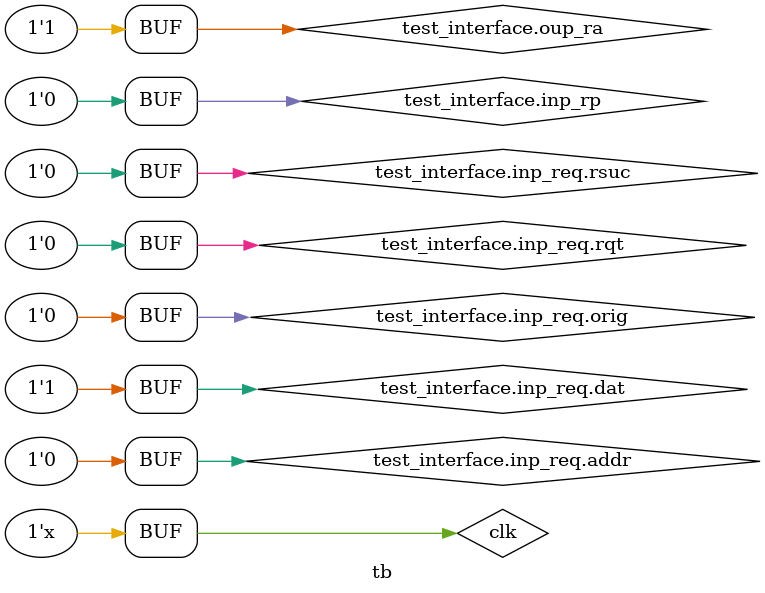
<source format=sv>
`timescale 1ps/1ps



`include "defines.svh"
`include "core_memory_access_controller.sv"


module tb;

bit clk;
bit rst;
mac_stage_intf test_interface();
noc_ip_port noc_prt();                  // ADD SOME LOGIC HERE TO ACCEPT PACKETS AND REFLECT THEM AFTER N CYCLES.

initial begin
    test_interface.oup_ra = 1;
end


memory_access_controller mac(clk, rst, test_interface.drive_input, noc_prt);


initial begin
    // Create a memory access request to write a line to cache.
    test_interface.inp_rp = 1;
    test_interface.inp_req.addr = 32'h0012014a;
    test_interface.inp_req.dat = 42069;
    test_interface.inp_req.orig = 0;
    test_interface.inp_req.rqt = 1;
    test_interface.inp_req.rsuc = 0;

    # 20

    // Read from the addr just written to.
    test_interface.inp_rp = 1;
    test_interface.inp_req.rqt = 0;

    #20

    // Read from somewhere that isnt in cache yet.
    test_interface.inp_rp = 1;
    test_interface.inp_req.addr = 32'h0101a4f8;

    #20

    test_interface.inp_rp = 0;
end

always @(posedge clk) begin
    // If there is a request to the NOC from the mac.
    if (noc_prt.tx_av) begin
        // Move the request to the rx bit of the port.
        noc_prt.rx_dat.hdr.src_addr = noc_prt.tx_dat.hdr.dst_addr;
        noc_prt.rx_dat.hdr.src_port = noc_prt.tx_dat.hdr.dst_port;

        noc_prt.rx_dat.hdr.dst_addr = noc_prt.tx_dat.hdr.src_addr;
        noc_prt.rx_dat.hdr.dst_port = noc_prt.tx_dat.hdr.src_port;

        noc_prt.rx_dat.hdr.len = noc_prt.tx_dat.hdr.len;

        noc_prt.rx_dat.dat = noc_prt.tx_dat.dat;
        noc_prt.rx_dat.dat[0] = 1;

        $display("Recieved request to NOC, pinging it back in a few cycles.");

        // Signal that we have accepted it.

        noc_prt.tx_re = 1;

        // Wait a cycle.
        # 20;

        // Stop signalling that we accepted it.
        noc_prt.tx_re = 0;

        // Wait a bunch of cycles.
        #60;

        $display("Request being pinged back now.");

        // Signal that a reply is ready.
        noc_prt.rx_av = 1;

        // Wait a cycle.
        #20;

        noc_prt.rx_av = 0;
    end
end


always begin
    #10 clk = ~clk;
end

always @(posedge clk) begin
    $display("Clock! %t", $time);
end

endmodule


/*
module tb;

bit clk;
bit rst;
mac_stage_intf l1_stage_intf();
mac_stage_intf port_intfs [2] ();

mac_request [3] stage_return_requests;
logic       [3] stage_returns_present;
logic       [3] stage_returns_accepted;

initial begin
    l1_stage_intf.inp_ra = 1;
end

mac_scheduler #(2) scheduler(clk, rst, l1_stage_intf, port_intfs, stage_return_requests, stage_returns_present, stage_returns_accepted);


initial begin
    // Create a memory access request to write a line to cache.
    port_intfs[0].inp_rp = 1;
    port_intfs[0].inp_req.addr = 32'h0012014a;
    port_intfs[0].inp_req.dat = 42069;
    port_intfs[0].inp_req.orig = 0;
    port_intfs[0].inp_req.rqt = 1;
    port_intfs[0].inp_req.rsuc = 0;

    # 20

    // Stop trying to submit a request.
    port_intfs[0].inp_rp = 0;

    // Try to return the request just submitted.
    stage_return_requests[0].addr = 32'h0012014a;
    stage_return_requests[0].orig = 0;
    stage_returns_present[0] = 1;

    // signal port 0 of the dispatchers to accept the return.
    port_intfs[0].oup_ra = 1;

    #20

    // Stop trying to return a request.
    stage_returns_present[0] = 0;

    // Read from the addr just written to.
    port_intfs[0].inp_rp = 1;
    port_intfs[0].inp_req.rqt = 0;

    #200

    // Read from somewhere that isnt in cache yet.
    port_intfs[0].inp_rp = 1;
    port_intfs[0].inp_req.addr = 32'h0101a4f8;

    #20

    port_intfs[0].inp_rp = 0;
end


always begin
    #10 clk = ~clk;
end

always @(posedge clk) begin
    $display("Clock! %t", $time);
end

endmodule
*/



/*

module tb;

bit clk;
bit rst;

bit [31:0]      fs_addr;
bit             fs_wr;
bit             fs_go;
bit             fs_go_go;

logic           fs_done;
logic           fs_suc;

bit [127:0]     fs_inp;
logic [127:0]   fs_oup;

logic [31:0]    bs_addr;
logic [127:0]   bs_oup;
logic           bs_we;
bit             bs_done;

integer i;
initial begin
    clk = 0;
    bs_done = 1;
end

always begin
    #10 clk =~clk;
    if (clk) $display("Clock! %t", $time);
end

assign fs_go_go = fs_done ? 0 : fs_go;

bit[7:0] thing;
always @(posedge clk) begin
    case(thing)

    // Write to the cache.
    0:
    begin
        fs_go = 1;
    
        fs_addr = 128;
        fs_addr[12] = 1;

        fs_wr = 1;

        fs_inp = 128;

        if (fs_done) begin
            thing = 1;
            fs_go = 0;
        end
    end

    // Wait a cycle.
    1:
    begin
        thing = 2;
    end

    // Read cache line back.
    2:
    begin

        fs_go = 1;
        fs_wr = 0;

        if (fs_done) begin
            thing = 3;
            fs_go = 0;
        end
    end

    // Write another location.
    3:
    begin

        fs_go = 1;

        fs_addr = 32'h00010110;// + (i * 32'h00100000);       // *** Note to self make sure addr is 128b aligned or issues ensue. ***
        fs_inp =  2;

        fs_wr = 1;


        if (fs_done) thing = 5;
    end

    // Wait a cycle.
    4:
    begin
        thing = 5;
    end

    // Attempt to read back first thing written.
    5:
    begin
        fs_addr = 128;
        fs_addr[12] = 1;

        fs_wr = 0;
        
        if (fs_done) thing = 6;
    end

    // Attempt to modify the first location.
    6:
    begin
        fs_wr = 1;

        fs_inp = 42069;


        if (fs_done) thing = 7;
    end

    // Write should be done by now (modified line instead of new).
    7:
    begin
        fs_wr = 0;
    end

    endcase
end
// 4 bit line position, 8 bit line select & 20 bit tag.
l2_cache #(8, 256, 16, 32, 4) caching(clk, rst, fs_addr, fs_wr, fs_go_go, fs_done, fs_suc, fs_inp, fs_oup, bs_addr, bs_oup, bs_we, bs_done);


endmodule
*/

/*
module tb;

bit clk;
bit rst;

bit [31:0]      fs_addr;
bit             fs_wr;
bit             fs_go;

logic           fs_done;
logic           fs_suc;

bit [127:0]     fs_inp;
logic [127:0]   fs_oup;

logic [31:0]    bs_addr;
logic [127:0]   bs_oup;
logic           bs_we;
bit             bs_done;

integer i;
initial begin
    clk = 0;
    bs_done = 1;
end

always begin
    #10 clk =~clk;
    if (clk) $display("Clock! %t", $time);
end

bit[7:0] thing;
always @(posedge clk) begin
    case(thing)

    // Write to the cache.
    0:
    begin
        fs_go = 1;
    
        fs_addr = 128;
        fs_addr[12] = 1;

        fs_wr = 1;

        fs_inp = 128;

        thing = 1;
    end

    // Wait a cycle.
    1:
    begin
        thing = 2;
    end

    // Read cache line back.
    2:
    begin
        fs_wr = 0;

        thing = 3;
    end

    // Write another location.
    3:
    begin
        fs_addr = 32'h00010110;// + (i * 32'h00100000);       // *** Note to self make sure addr is 128b aligned or issues ensue. ***
        fs_inp =  2;

        fs_wr = 1;

        thing = 4;
    end

    // Wait a cycle.
    4:
    begin
        thing = 5;
    end

    // Attempt to read back first thing written.
    5:
    begin
        fs_addr = 128;
        fs_addr[12] = 1;

        fs_wr = 0;

        thing = 6;
    end

    // Attempt to modify the first location.
    6:
    begin
        fs_wr = 1;

        fs_inp = 42069;

        thing = 7;
    end

    // Write should be done by now (modified line instead of new).
    7:
    begin
        fs_wr = 0;
    end

    endcase
end
// 4 bit line position, 8 bit line select & 20 bit tag.
l1_cache #(4, 256, 16, 32) caching(clk, rst, fs_addr, fs_wr, fs_go, fs_done, fs_suc, fs_inp, fs_oup, bs_addr, bs_oup, bs_we, bs_done);


endmodule
*/




/*
module tb;
reg clk;
reg rst;

// Alternate a global cock at 
//always begin
    //#10 clk=~clk;
//end
//always @(posedge clk) $display("clock!");

initial begin
    clk = 0;
    rst <= 1;
    #5 rst <= 0;
end

// Emulate 64KB of memory.
bit [0:7] memory [65535:0];

integer i;

initial begin
    // Setup instructions in memory.

    // ADD R2, R2
    memory[0] = 8'b10000100;
    memory[1] = 8'b00100010;

    // ADD 24, R2
    memory[2] = 8'b10001100;
    memory[3] = 8'b00000010;
    memory[4] = 0;
    memory[5] = 0;
    memory[6] = 0;
    memory[7] = 24;

    //RLS R2, R3
    memory[8] = 8'b01010100;
    memory[9] = 8'b00110010;
    
    //MUL 10, R3
    memory[10] = 8'b11101100;
    memory[11] = 8'b00000011;
    memory[12] = 0;
    memory[13] = 0;
    memory[14] = 0;
    memory[15] = 10;

    // GOT 64
    memory[16] = 8'b01001110;
    memory[17] = 64;
    memory[18] = 0;
    memory[19] = 0;
    memory[20] = 0;

    // LOD 0, R1
    memory[21] = 8'b00000010;
    memory[22] = 8'b00000001;
    memory[23] = 0;
    memory[24] = 0;
    memory[25] = 0;
    memory[26] = 0;

    // STR 128, R1
    memory[27] = 8'b10000010;
    memory[28] = 8'b00000001;
    memory[29] = 128;
    memory[30] = 0;
    memory[31] = 0;
    memory[32] = 0;

    //JMP 0
    memory[33] = 8'b00001110;
    memory[34] = 0;
    memory[35] = 0;
    memory[36] = 0;
    memory[37] = 0;

    // RET
    memory[64] = 8'b11000110;
end


logic [31:0] mem_addr_sel;
wire logic [127:0] mem_dat;
bit [127:0] mem_dat_driver;
logic mem_we;
logic mem_re;
logic mem_en;
logic mclk;
soc sooc(rst, mem_addr_sel, mem_dat, mem_en, mem_we, mem_re, mclk);


// Handle the memory stuffs.
assign mem_dat = (mem_re) ? mem_dat_driver : 'hz;
always @(posedge mclk) begin
    // If the memory is enabled.
    if (mem_en) begin

        // memory write.
        if (mem_we) begin
            memory[mem_addr_sel[31:0]]          <= mem_dat[7:0];
            memory[mem_addr_sel[31:0] + 1]      <= mem_dat[15:8];
            memory[mem_addr_sel[31:0] + 2]      <= mem_dat[23:16];
            memory[mem_addr_sel[31:0] + 3]      <= mem_dat[31:24];
            memory[mem_addr_sel[31:0] + 4]      <= mem_dat[39:32];
            memory[mem_addr_sel[31:0] + 5]      <= mem_dat[47:40];
            memory[mem_addr_sel[31:0] + 6]      <= mem_dat[55:48];
            memory[mem_addr_sel[31:0] + 7]      <= mem_dat[63:56];

            $display("Memory write request. %b %t", mem_addr_sel, $time);

            memory[mem_addr_sel[31:0] + 8]      <= mem_dat[71:64];
            memory[mem_addr_sel[31:0] + 9]      <= mem_dat[79:72];
            memory[mem_addr_sel[31:0] + 10]     <= mem_dat[87:80];
            memory[mem_addr_sel[31:0] + 11]     <= mem_dat[95:88];
            memory[mem_addr_sel[31:0] + 12]     <= mem_dat[103:96];
            memory[mem_addr_sel[31:0] + 13]     <= mem_dat[111:104];
            memory[mem_addr_sel[31:0] + 14]     <= mem_dat[119:112];
            memory[mem_addr_sel[31:0] + 15]     <= mem_dat[127:120];

        end

        // memory read.
        if (mem_re) begin
            mem_dat_driver[7:0]      <=  memory[mem_addr_sel[31:0]];
            mem_dat_driver[15:8]     <=  memory[mem_addr_sel[31:0] + 1];
            mem_dat_driver[23:16]    <=  memory[mem_addr_sel[31:0] + 2];
            mem_dat_driver[31:24]    <=  memory[mem_addr_sel[31:0] + 3];
            mem_dat_driver[39:32]    <=  memory[mem_addr_sel[31:0] + 4];
            mem_dat_driver[47:40]    <=  memory[mem_addr_sel[31:0] + 5];
            mem_dat_driver[55:48]    <=  memory[mem_addr_sel[31:0] + 6];
            mem_dat_driver[63:56]    <=  memory[mem_addr_sel[31:0] + 7];

            $display("Memory read request. %b %t", mem_addr_sel, $time);

            mem_dat_driver[71:64]    <=  memory[mem_addr_sel[31:0] + 8];
            mem_dat_driver[79:72]    <=  memory[mem_addr_sel[31:0] + 9];
            mem_dat_driver[87:80]    <=  memory[mem_addr_sel[31:0] + 10];
            mem_dat_driver[95:88]    <=  memory[mem_addr_sel[31:0] + 11];
            mem_dat_driver[103:96]   <=  memory[mem_addr_sel[31:0] + 12];
            mem_dat_driver[111:104]  <=  memory[mem_addr_sel[31:0] + 13];
            mem_dat_driver[119:112]  <=  memory[mem_addr_sel[31:0] + 14];
            mem_dat_driver[127:120]  <=  memory[mem_addr_sel[31:0] + 15];
        end
    end
end

endmodule
*/

/*

module tb;
reg clk;
reg clk_2;
reg rst;
reg en;

// Alternate a global cock at 
always begin
    #10 clk=~clk;
end

// Alternate secondary clock.
always begin
    #5 clk_2=~clk_2;
end

always @(posedge clk) $display("clock!");


initial begin
    en = 1;
    clk = 0;
    clk_2 = 0;
    rst <= 1;
    #5 rst <= 0;
end

// Emulate 64KB of memory.
bit [0:7] memory [65535:0];

integer i;
initial begin
    // Setup instructions in memory.

    // ADD R2, R2
    memory[0] = 8'b10000100;
    memory[1] = 8'b00100010;

    // ADD 24, R2
    memory[2] = 8'b10001100;
    memory[3] = 8'b00000010;
    memory[4] = 0;
    memory[5] = 0;
    memory[6] = 0;
    memory[7] = 24;

    //RLS R2, R3
    memory[8] = 8'b01010100;
    memory[9] = 8'b00110010;
    
    //MUL 10, R3
    memory[10] = 8'b11101100;
    memory[11] = 8'b00000011;
    memory[12] = 0;
    memory[13] = 0;
    memory[14] = 0;
    memory[15] = 10;

    // GOT 64
    memory[16] = 8'b01001110;
    memory[17] = 64;
    memory[18] = 0;
    memory[19] = 0;
    memory[20] = 0;

    // LOD 0, R1
    memory[21] = 8'b00000010;
    memory[22] = 8'b00000001;
    memory[23] = 0;
    memory[24] = 0;
    memory[25] = 0;
    memory[26] = 0;

    // STR 128, R1
    memory[27] = 8'b10000010;
    memory[28] = 8'b00000001;
    memory[29] = 128;
    memory[30] = 0;
    memory[31] = 0;
    memory[32] = 0;

    //JMP 0
    memory[33] = 8'b00001110;
    memory[34] = 0;
    memory[35] = 0;
    memory[36] = 0;
    memory[37] = 0;

    // RET
    memory[64] = 8'b11000110;

end

wire noc_bus into_core;
wire noc_bus out_of_core;
// Instantiate a core.
core test_core(clk_2, clk, rst, into_core, out_of_core);

// Initialise a secondary NOC stop to act as IMC endpoint.
wire ip_port mem_noc_prt;
noc_stop #(1, 2) memory_endpoint(clk, clk_2, rst, out_of_core, into_core, mem_noc_prt);

packet reply_pckt;
logic submit_tx;
logic rx_complete;

assign mem_noc_prt.dat_to_noc = reply_pckt;
assign mem_noc_prt.tx_submit = submit_tx;
assign mem_noc_prt.rx_complete = rx_complete;

// Very dumb noc port interface.
always @(posedge clk_2) begin
    // If there is a memory access request.
    if (mem_noc_prt.rx_recieve) begin
        // if a memory read request.
        if (mem_noc_prt.dat_from_noc.pt == memory_read_request) begin
            // Fill the reply.
            reply_pckt.pt = memory_read_reply;
            reply_pckt.id = mem_noc_prt.dat_from_noc.id;

            reply_pckt.dat[7:0]      <=  memory[mem_noc_prt.dat_from_noc.dat[31:0]];
            reply_pckt.dat[15:8]     <=  memory[mem_noc_prt.dat_from_noc.dat[31:0] + 1];
            reply_pckt.dat[23:16]    <=  memory[mem_noc_prt.dat_from_noc.dat[31:0] + 2];
            reply_pckt.dat[31:24]    <=  memory[mem_noc_prt.dat_from_noc.dat[31:0] + 3];
            reply_pckt.dat[39:32]    <=  memory[mem_noc_prt.dat_from_noc.dat[31:0] + 4];
            reply_pckt.dat[47:40]    <=  memory[mem_noc_prt.dat_from_noc.dat[31:0] + 5];
            reply_pckt.dat[55:48]    <=  memory[mem_noc_prt.dat_from_noc.dat[31:0] + 6];
            reply_pckt.dat[63:56]    <=  memory[mem_noc_prt.dat_from_noc.dat[31:0] + 7];

            reply_pckt.dat[71:64]    <=  memory[mem_noc_prt.dat_from_noc.dat[31:0] + 8];
            reply_pckt.dat[79:72]    <=  memory[mem_noc_prt.dat_from_noc.dat[31:0] + 9];
            reply_pckt.dat[87:80]    <=  memory[mem_noc_prt.dat_from_noc.dat[31:0] + 10];
            reply_pckt.dat[95:88]    <=  memory[mem_noc_prt.dat_from_noc.dat[31:0] + 11];
            reply_pckt.dat[103:96]   <=  memory[mem_noc_prt.dat_from_noc.dat[31:0] + 12];
            reply_pckt.dat[111:104]  <=  memory[mem_noc_prt.dat_from_noc.dat[31:0] + 13];
            reply_pckt.dat[119:112]  <=  memory[mem_noc_prt.dat_from_noc.dat[31:0] + 14];
            reply_pckt.dat[127:120]  <=  memory[mem_noc_prt.dat_from_noc.dat[31:0] + 15];

            reply_pckt.dst_addr <= mem_noc_prt.dat_from_noc.src_addr;
            reply_pckt.dst_prt <= mem_noc_prt.dat_from_noc.src_prt;

            reply_pckt.src_addr <= 2;
            reply_pckt.src_prt <= 0;

            // submit the reply.
            submit_tx <= 1;

            // Indicate that the rx is complete
            rx_complete <= 1;
        end

        // If a memory write request.
        if (mem_noc_prt.dat_from_noc.pt == memory_write_request) begin
            // Write to memory.
            memory[mem_noc_prt.dat_from_noc.dat[31:0]] = mem_noc_prt.dat_from_noc.dat[39:32]; 
            memory[mem_noc_prt.dat_from_noc.dat[31:0]+1] = mem_noc_prt.dat_from_noc.dat[47:40]; 
            memory[mem_noc_prt.dat_from_noc.dat[31:0]+2] = mem_noc_prt.dat_from_noc.dat[55:48]; 
            memory[mem_noc_prt.dat_from_noc.dat[31:0]+3] = mem_noc_prt.dat_from_noc.dat[63:56]; 

            // create reply.
            reply_pckt.pt = memory_write_reply;
            reply_pckt.id = mem_noc_prt.dat_from_noc.id;

            reply_pckt.dst_addr <= mem_noc_prt.dat_from_noc.src_addr;
            reply_pckt.dst_prt <= mem_noc_prt.dat_from_noc.src_prt;

            reply_pckt.src_addr <= 2;
            reply_pckt.src_prt <= 0;

            // Submit the reply.
            submit_tx <= 1;

            // indicate that rx is complete.
            rx_complete <= 1;
        end
    end
    // If the reply is complete.
    if (mem_noc_prt.tx_complete) begin
        // Stop signalling to send a tx.
        submit_tx <= 0;

        // signal that reading the rx is not done yet.
        rx_complete <= 0;
    end
end


endmodule

*/


/*
wire noc_bus one_to_two;
wire noc_bus two_to_one;

wire ip_port stop_one_prt_one;
noc_stop #(1, 1) noc_stop_one(clk, clk_2, rst, two_to_one, one_to_two, stop_one_prt_one);

wire ip_port stop_two_prt_one;
noc_stop #(1, 2) noc_stop_two(clk, clk_2, rst, one_to_two, two_to_one, stop_two_prt_one);

// Stop one stuff.
packet stp_one_tx_dat;
logic stp_one_tx_submit;

logic stp_one_rx_complete;

assign stop_one_prt_one.dat_to_noc = stp_one_tx_dat;
assign stop_one_prt_one.tx_submit = stp_one_tx_submit;

assign stop_one_prt_one.rx_complete = stp_one_rx_complete;

// Stop two stuff.
packet stp_two_tx_dat;
logic stp_two_tx_submit;

logic stp_two_rx_complete;

assign stop_two_prt_one.dat_to_noc = stp_two_tx_dat;
assign stop_two_prt_one.tx_submit = stp_two_tx_submit;

assign stop_two_prt_one.rx_complete = stp_two_rx_complete;

// Send a packet to noc stop one to go to noc stop 2.
initial begin

    #10

    stp_one_tx_dat.dst_addr <= 2;
    stp_one_tx_dat.dst_prt <= 0;

    stp_one_tx_dat.src_addr <= 1;
    stp_one_tx_dat.src_prt <= 0;

    stp_one_tx_dat.dat <= 'h42069;

    stp_one_tx_dat.pt = memory_read_request;
    stp_one_tx_dat.id = 0;

    #10 stp_one_tx_submit <= 1;

    #10 stp_one_tx_submit <= 0;

    // Modify packet and transmit another one.
    stp_one_tx_dat.dat <= 'h1234;
    #10 stp_one_tx_submit <= 1;

    #10 stp_one_tx_submit <= 0;
end


packet recieved_packet;
// Handle recieveing the packet at noc stop 2.
always @(posedge clk_2) begin
    // If there is a packet waiting for us to recieve.
    if (stop_two_prt_one.rx_recieve) begin
        // Move the data into recieved_packet variable.
        recieved_packet <= stop_two_prt_one.dat_from_noc;

        // Signal to the port that we have read the data.
        stp_two_rx_complete <= 1;

        // Lets also reply with something.
        stp_two_tx_dat.dst_addr <= 1;
        stp_two_tx_dat.dst_prt <= 0;
        stp_two_tx_dat.src_addr <= 1;
        stp_two_tx_dat.src_prt <= 0;
        stp_two_tx_dat.dat = 'h420420420;
        stp_two_tx_dat.pt = memory_write_request;
        stp_two_tx_dat.id = 69;

        stp_two_tx_submit <= 1;
    end
    // If there is not a packet waiting for us to recieve.
    else begin
        // Signal to the port that we have not read any data.
        stp_two_rx_complete <= 0;
    end

    // If the tx submitted has been processed successfully.
    if (stop_two_prt_one.tx_complete) begin

        // Stop requesting TX.
        stp_two_tx_submit <= 0;

        stp_two_tx_dat.dst_addr <= 0;
        stp_two_tx_dat.dst_prt <= 0;
        stp_two_tx_dat.dat = 0;
        stp_two_tx_dat.pt = memory_write_request;
        stp_two_tx_dat.id = 0;
    end
end

// Handle recieveing the ping back from noc stop 2.
always @(posedge clk_2) begin
    // If there is an RX for us.
    if (stop_one_prt_one.rx_recieve) begin
        // Accept it.
        stp_one_rx_complete <= 1;

    end
    // If there is not an rx for us.
    else begin
        stp_one_rx_complete <= 0;
    end
end
*/



















/*

//          NOC port handling stuff
wire ip_port noc_port;
wire ip_port pcfu_noc_port;

packet reply;
noc_port_status reply_prt_stat;
noc_port_status req_prt_stat;
logic tx_send;

assign noc_port.dat_from_noc = reply;
assign noc_port.from_noc_prt_stat = reply_prt_stat;
assign noc_port.to_noc_prt_stat = req_prt_stat;
assign noc_port.tx_recieve = tx_send;

core cpu_core(clk, rst, noc_port, pcfu_noc_port); 


//         Main memory emulator            

// Emulate 64KB of memory.
bit [0:7] memory [65535:0];

always @(posedge clk) begin
    // If the instruction fetch unit has submitted a request to the noc.
    if (noc_port.tx_submit) begin
        // If the request is for data from memory.
        if (noc_port.dat_to_noc.pt == memory_read_request) begin
            // Fill the reply.
            reply.pt = memory_read_reply;
            reply.id = 0;

            reply.dat[7:0]      <=  memory[noc_port.dat_to_noc.dat[31:0]];
            reply.dat[15:8]     <=  memory[noc_port.dat_to_noc.dat[31:0] + 1];
            reply.dat[23:16]    <=  memory[noc_port.dat_to_noc.dat[31:0] + 2];
            reply.dat[31:24]    <=  memory[noc_port.dat_to_noc.dat[31:0] + 3];
            reply.dat[39:32]    <=  memory[noc_port.dat_to_noc.dat[31:0] + 4];
            reply.dat[47:40]    <=  memory[noc_port.dat_to_noc.dat[31:0] + 5];
            reply.dat[55:48]    <=  memory[noc_port.dat_to_noc.dat[31:0] + 6];
            reply.dat[63:56]    <=  memory[noc_port.dat_to_noc.dat[31:0] + 7];

            reply.dat[71:64]    <=  memory[noc_port.dat_to_noc.dat[31:0] + 8];
            reply.dat[79:72]    <=  memory[noc_port.dat_to_noc.dat[31:0] + 9];
            reply.dat[87:80]    <=  memory[noc_port.dat_to_noc.dat[31:0] + 10];
            reply.dat[95:88]    <=  memory[noc_port.dat_to_noc.dat[31:0] + 11];
            reply.dat[103:96]   <=  memory[noc_port.dat_to_noc.dat[31:0] + 12];
            reply.dat[111:104]  <=  memory[noc_port.dat_to_noc.dat[31:0] + 13];
            reply.dat[119:112]  <=  memory[noc_port.dat_to_noc.dat[31:0] + 14];
            reply.dat[127:120]  <=  memory[noc_port.dat_to_noc.dat[31:0] + 15];

            reply.dst_addr <= noc_port.dat_to_noc.src_addr;
            reply.dst_prt <= noc_port.dat_to_noc.src_prt;

            reply.src_addr <= 1;
            reply.src_prt <= 0;

            // Signal that a tx is ready to be sent back to instruction fetch unit.
            tx_send <= 1;

            // Open the port to send the reply.
            reply_prt_stat <= port_open;
        end
    end
    // If there is nothing for us to reply to.
    else begin
        // Stop signalling that a reply is ready.
        tx_send <= 0;

        // Close the reply port.
        reply_prt_stat <= 0;
    end
end


integer i;
initial begin
    // Set NOC port initial conditions.
    req_prt_stat = port_open;

    // Setup an instruction in memory.

    // ADD R2, R2
    memory[0] = 8'b10000100;
    memory[1] = 8'b00100010;

    // ADD 24, R2
    memory[2] = 8'b10001100;
    memory[3] = 8'b00000010;
    memory[4] = 0;
    memory[5] = 0;
    memory[6] = 0;
    memory[7] = 24;

    //RLS R2, R3
    memory[8] = 8'b01010100;
    memory[9] = 8'b00110010;
    
    //MUL 10, R3
    memory[10] = 8'b11101100;
    memory[11] = 8'b00000011;
    memory[12] = 0;
    memory[13] = 0;
    memory[14] = 0;
    memory[15] = 10;

    //JMP 0
    memory[16] = 8'b00001110;
    memory[17] = 0;
    memory[18] = 0;
    memory[19] = 0;
    memory[20] = 0;
end
*/
</source>
